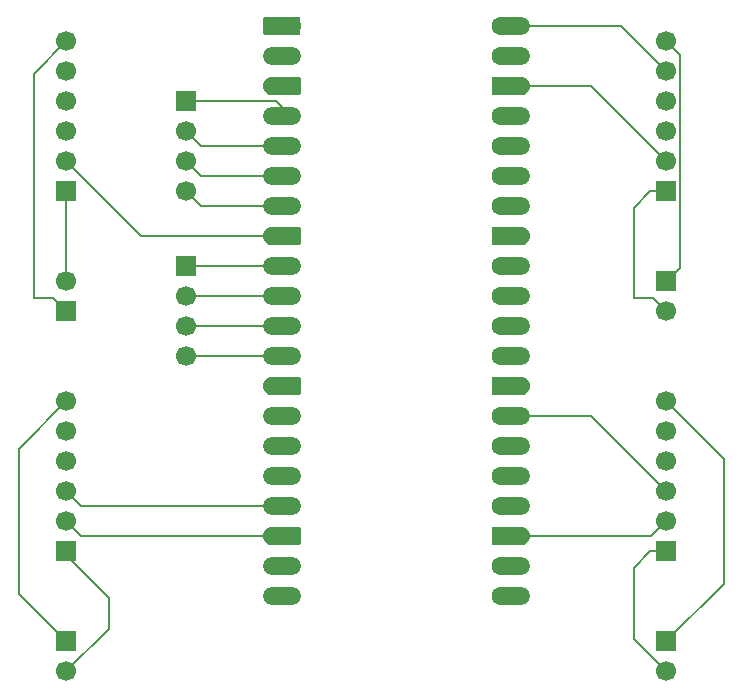
<source format=gbr>
%TF.GenerationSoftware,KiCad,Pcbnew,9.0.2*%
%TF.CreationDate,2025-07-04T09:03:12+10:00*%
%TF.ProjectId,motor-controller-pcb,6d6f746f-722d-4636-9f6e-74726f6c6c65,rev?*%
%TF.SameCoordinates,Original*%
%TF.FileFunction,Copper,L1,Top*%
%TF.FilePolarity,Positive*%
%FSLAX46Y46*%
G04 Gerber Fmt 4.6, Leading zero omitted, Abs format (unit mm)*
G04 Created by KiCad (PCBNEW 9.0.2) date 2025-07-04 09:03:12*
%MOMM*%
%LPD*%
G01*
G04 APERTURE LIST*
G04 Aperture macros list*
%AMRoundRect*
0 Rectangle with rounded corners*
0 $1 Rounding radius*
0 $2 $3 $4 $5 $6 $7 $8 $9 X,Y pos of 4 corners*
0 Add a 4 corners polygon primitive as box body*
4,1,4,$2,$3,$4,$5,$6,$7,$8,$9,$2,$3,0*
0 Add four circle primitives for the rounded corners*
1,1,$1+$1,$2,$3*
1,1,$1+$1,$4,$5*
1,1,$1+$1,$6,$7*
1,1,$1+$1,$8,$9*
0 Add four rect primitives between the rounded corners*
20,1,$1+$1,$2,$3,$4,$5,0*
20,1,$1+$1,$4,$5,$6,$7,0*
20,1,$1+$1,$6,$7,$8,$9,0*
20,1,$1+$1,$8,$9,$2,$3,0*%
%AMFreePoly0*
4,1,37,0.800000,0.796148,0.878414,0.796148,1.032228,0.765552,1.177117,0.705537,1.307515,0.618408,1.418408,0.507515,1.505537,0.377117,1.565552,0.232228,1.596148,0.078414,1.596148,-0.078414,1.565552,-0.232228,1.505537,-0.377117,1.418408,-0.507515,1.307515,-0.618408,1.177117,-0.705537,1.032228,-0.765552,0.878414,-0.796148,0.800000,-0.796148,0.800000,-0.800000,-1.400000,-0.800000,
-1.403843,-0.796157,-1.439018,-0.796157,-1.511114,-0.766294,-1.566294,-0.711114,-1.596157,-0.639018,-1.596157,-0.603843,-1.600000,-0.600000,-1.600000,0.600000,-1.596157,0.603843,-1.596157,0.639018,-1.566294,0.711114,-1.511114,0.766294,-1.439018,0.796157,-1.403843,0.796157,-1.400000,0.800000,0.800000,0.800000,0.800000,0.796148,0.800000,0.796148,$1*%
%AMFreePoly1*
4,1,37,1.403843,0.796157,1.439018,0.796157,1.511114,0.766294,1.566294,0.711114,1.596157,0.639018,1.596157,0.603843,1.600000,0.600000,1.600000,-0.600000,1.596157,-0.603843,1.596157,-0.639018,1.566294,-0.711114,1.511114,-0.766294,1.439018,-0.796157,1.403843,-0.796157,1.400000,-0.800000,-0.800000,-0.800000,-0.800000,-0.796148,-0.878414,-0.796148,-1.032228,-0.765552,-1.177117,-0.705537,
-1.307515,-0.618408,-1.418408,-0.507515,-1.505537,-0.377117,-1.565552,-0.232228,-1.596148,-0.078414,-1.596148,0.078414,-1.565552,0.232228,-1.505537,0.377117,-1.418408,0.507515,-1.307515,0.618408,-1.177117,0.705537,-1.032228,0.765552,-0.878414,0.796148,-0.800000,0.796148,-0.800000,0.800000,1.400000,0.800000,1.403843,0.796157,1.403843,0.796157,$1*%
%AMFreePoly2*
4,1,37,0.603843,0.796157,0.639018,0.796157,0.711114,0.766294,0.766294,0.711114,0.796157,0.639018,0.796157,0.603843,0.800000,0.600000,0.800000,-0.600000,0.796157,-0.603843,0.796157,-0.639018,0.766294,-0.711114,0.711114,-0.766294,0.639018,-0.796157,0.603843,-0.796157,0.600000,-0.800000,0.000000,-0.800000,0.000000,-0.796148,-0.078414,-0.796148,-0.232228,-0.765552,-0.377117,-0.705537,
-0.507515,-0.618408,-0.618408,-0.507515,-0.705537,-0.377117,-0.765552,-0.232228,-0.796148,-0.078414,-0.796148,0.078414,-0.765552,0.232228,-0.705537,0.377117,-0.618408,0.507515,-0.507515,0.618408,-0.377117,0.705537,-0.232228,0.765552,-0.078414,0.796148,0.000000,0.796148,0.000000,0.800000,0.600000,0.800000,0.603843,0.796157,0.603843,0.796157,$1*%
%AMFreePoly3*
4,1,37,0.000000,0.796148,0.078414,0.796148,0.232228,0.765552,0.377117,0.705537,0.507515,0.618408,0.618408,0.507515,0.705537,0.377117,0.765552,0.232228,0.796148,0.078414,0.796148,-0.078414,0.765552,-0.232228,0.705537,-0.377117,0.618408,-0.507515,0.507515,-0.618408,0.377117,-0.705537,0.232228,-0.765552,0.078414,-0.796148,0.000000,-0.796148,0.000000,-0.800000,-0.600000,-0.800000,
-0.603843,-0.796157,-0.639018,-0.796157,-0.711114,-0.766294,-0.766294,-0.711114,-0.796157,-0.639018,-0.796157,-0.603843,-0.800000,-0.600000,-0.800000,0.600000,-0.796157,0.603843,-0.796157,0.639018,-0.766294,0.711114,-0.711114,0.766294,-0.639018,0.796157,-0.603843,0.796157,-0.600000,0.800000,0.000000,0.800000,0.000000,0.796148,0.000000,0.796148,$1*%
G04 Aperture macros list end*
%TA.AperFunction,ComponentPad*%
%ADD10C,1.700000*%
%TD*%
%TA.AperFunction,ComponentPad*%
%ADD11R,1.700000X1.700000*%
%TD*%
%TA.AperFunction,SMDPad,CuDef*%
%ADD12FreePoly0,0.000000*%
%TD*%
%TA.AperFunction,ComponentPad*%
%ADD13RoundRect,0.200000X-0.600000X-0.600000X0.600000X-0.600000X0.600000X0.600000X-0.600000X0.600000X0*%
%TD*%
%TA.AperFunction,SMDPad,CuDef*%
%ADD14RoundRect,0.800000X-0.800000X-0.000010X0.800000X-0.000010X0.800000X0.000010X-0.800000X0.000010X0*%
%TD*%
%TA.AperFunction,ComponentPad*%
%ADD15C,1.600000*%
%TD*%
%TA.AperFunction,SMDPad,CuDef*%
%ADD16FreePoly1,0.000000*%
%TD*%
%TA.AperFunction,ComponentPad*%
%ADD17FreePoly2,0.000000*%
%TD*%
%TA.AperFunction,ComponentPad*%
%ADD18FreePoly3,0.000000*%
%TD*%
%TA.AperFunction,Conductor*%
%ADD19C,0.200000*%
%TD*%
G04 APERTURE END LIST*
D10*
%TO.P,M4,2,Pin_2*%
%TO.N,Net-(J4-Pin_1)*%
X175445000Y-112900000D03*
D11*
%TO.P,M4,1,Pin_1*%
%TO.N,Net-(J4-Pin_6)*%
X175445000Y-110360000D03*
%TD*%
%TO.P,M3,1,Pin_1*%
%TO.N,Net-(J3-Pin_6)*%
X124645000Y-110360000D03*
D10*
%TO.P,M3,2,Pin_2*%
%TO.N,Net-(J3-Pin_1)*%
X124645000Y-112900000D03*
%TD*%
D11*
%TO.P,M2,1,Pin_1*%
%TO.N,Net-(J2-Pin_6)*%
X175445000Y-79880000D03*
D10*
%TO.P,M2,2,Pin_2*%
%TO.N,Net-(J2-Pin_1)*%
X175445000Y-82420000D03*
%TD*%
%TO.P,M1,2,Pin_2*%
%TO.N,Net-(J1-Pin_1)*%
X124645000Y-79880000D03*
D11*
%TO.P,M1,1,Pin_1*%
%TO.N,Net-(J1-Pin_6)*%
X124645000Y-82420000D03*
%TD*%
%TO.P,J6,1,Pin_1*%
%TO.N,Net-(A1-GPIO6)*%
X134805000Y-78610000D03*
D10*
%TO.P,J6,2,Pin_2*%
%TO.N,Net-(A1-GPIO7)*%
X134805000Y-81150000D03*
%TO.P,J6,3,Pin_3*%
%TO.N,Net-(A1-GPIO8)*%
X134805000Y-83690000D03*
%TO.P,J6,4,Pin_4*%
%TO.N,Net-(A1-GPIO9)*%
X134805000Y-86230000D03*
%TD*%
D11*
%TO.P,J5,1,Pin_1*%
%TO.N,Net-(A1-GPIO2)*%
X134805000Y-64640000D03*
D10*
%TO.P,J5,2,Pin_2*%
%TO.N,Net-(A1-GPIO3)*%
X134805000Y-67180000D03*
%TO.P,J5,3,Pin_3*%
%TO.N,Net-(A1-GPIO4)*%
X134805000Y-69720000D03*
%TO.P,J5,4,Pin_4*%
%TO.N,Net-(A1-GPIO5)*%
X134805000Y-72260000D03*
%TD*%
D11*
%TO.P,J4,1,Pin_1*%
%TO.N,Net-(J4-Pin_1)*%
X175445000Y-102740000D03*
D10*
%TO.P,J4,2,Pin_2*%
%TO.N,GND*%
X175445000Y-100200000D03*
%TO.P,J4,3,Pin_3*%
%TO.N,/Encoder 4*%
X175445000Y-97660000D03*
%TO.P,J4,4,Pin_4*%
%TO.N,unconnected-(J4-Pin_4-Pad4)*%
X175445000Y-95120000D03*
%TO.P,J4,5,Pin_5*%
%TO.N,+5V*%
X175445000Y-92580000D03*
%TO.P,J4,6,Pin_6*%
%TO.N,Net-(J4-Pin_6)*%
X175445000Y-90040000D03*
%TD*%
D11*
%TO.P,J3,1,Pin_1*%
%TO.N,Net-(J3-Pin_1)*%
X124645000Y-102740000D03*
D10*
%TO.P,J3,2,Pin_2*%
%TO.N,GND*%
X124645000Y-100200000D03*
%TO.P,J3,3,Pin_3*%
%TO.N,/Encoder 3*%
X124645000Y-97660000D03*
%TO.P,J3,4,Pin_4*%
%TO.N,unconnected-(J3-Pin_4-Pad4)*%
X124645000Y-95120000D03*
%TO.P,J3,5,Pin_5*%
%TO.N,+5V*%
X124645000Y-92580000D03*
%TO.P,J3,6,Pin_6*%
%TO.N,Net-(J3-Pin_6)*%
X124645000Y-90040000D03*
%TD*%
D11*
%TO.P,J2,1,Pin_1*%
%TO.N,Net-(J2-Pin_1)*%
X175445000Y-72260000D03*
D10*
%TO.P,J2,2,Pin_2*%
%TO.N,GND*%
X175445000Y-69720000D03*
%TO.P,J2,3,Pin_3*%
%TO.N,/Encoder 2*%
X175445000Y-67180000D03*
%TO.P,J2,4,Pin_4*%
%TO.N,unconnected-(J2-Pin_4-Pad4)*%
X175445000Y-64640000D03*
%TO.P,J2,5,Pin_5*%
%TO.N,+5V*%
X175445000Y-62100000D03*
%TO.P,J2,6,Pin_6*%
%TO.N,Net-(J2-Pin_6)*%
X175445000Y-59560000D03*
%TD*%
D11*
%TO.P,J1,1,Pin_1*%
%TO.N,Net-(J1-Pin_1)*%
X124645000Y-72260000D03*
D10*
%TO.P,J1,2,Pin_2*%
%TO.N,GND*%
X124645000Y-69720000D03*
%TO.P,J1,3,Pin_3*%
%TO.N,/Encoder 1*%
X124645000Y-67180000D03*
%TO.P,J1,4,Pin_4*%
%TO.N,unconnected-(J1-Pin_4-Pad4)*%
X124645000Y-64640000D03*
%TO.P,J1,5,Pin_5*%
%TO.N,+5V*%
X124645000Y-62100000D03*
%TO.P,J1,6,Pin_6*%
%TO.N,Net-(J1-Pin_6)*%
X124645000Y-59560000D03*
%TD*%
D12*
%TO.P,A1,1,GPIO0*%
%TO.N,unconnected-(A1-GPIO0-Pad1)_1*%
X142895000Y-58290000D03*
D13*
%TO.N,unconnected-(A1-GPIO0-Pad1)*%
X143695000Y-58290000D03*
D14*
%TO.P,A1,2,GPIO1*%
%TO.N,unconnected-(A1-GPIO1-Pad2)*%
X142895000Y-60830000D03*
D15*
%TO.N,unconnected-(A1-GPIO1-Pad2)_1*%
X143695000Y-60830000D03*
D16*
%TO.P,A1,3,GND*%
%TO.N,GND*%
X142895000Y-63370000D03*
D17*
X143695000Y-63370000D03*
D14*
%TO.P,A1,4,GPIO2*%
%TO.N,Net-(A1-GPIO2)*%
X142895000Y-65910000D03*
D15*
X143695000Y-65910000D03*
D14*
%TO.P,A1,5,GPIO3*%
%TO.N,Net-(A1-GPIO3)*%
X142895000Y-68450000D03*
D15*
X143695000Y-68450000D03*
D14*
%TO.P,A1,6,GPIO4*%
%TO.N,Net-(A1-GPIO4)*%
X142895000Y-70990000D03*
D15*
X143695000Y-70990000D03*
D14*
%TO.P,A1,7,GPIO5*%
%TO.N,Net-(A1-GPIO5)*%
X142895000Y-73530000D03*
D15*
X143695000Y-73530000D03*
D16*
%TO.P,A1,8,GND*%
%TO.N,GND*%
X142895000Y-76070000D03*
D17*
X143695000Y-76070000D03*
D14*
%TO.P,A1,9,GPIO6*%
%TO.N,Net-(A1-GPIO6)*%
X142895000Y-78610000D03*
D15*
X143695000Y-78610000D03*
D14*
%TO.P,A1,10,GPIO7*%
%TO.N,Net-(A1-GPIO7)*%
X142895000Y-81150000D03*
D15*
X143695000Y-81150000D03*
D14*
%TO.P,A1,11,GPIO8*%
%TO.N,Net-(A1-GPIO8)*%
X142895000Y-83690000D03*
D15*
X143695000Y-83690000D03*
D14*
%TO.P,A1,12,GPIO9*%
%TO.N,Net-(A1-GPIO9)*%
X142895000Y-86230000D03*
D15*
X143695000Y-86230000D03*
D16*
%TO.P,A1,13,GND*%
%TO.N,GND*%
X142895000Y-88770000D03*
D17*
X143695000Y-88770000D03*
D14*
%TO.P,A1,14,GPIO10*%
%TO.N,unconnected-(A1-GPIO10-Pad14)*%
X142895000Y-91310000D03*
D15*
%TO.N,unconnected-(A1-GPIO10-Pad14)_1*%
X143695000Y-91310000D03*
D14*
%TO.P,A1,15,GPIO11*%
%TO.N,/Encoder 1*%
X142895000Y-93850000D03*
D15*
X143695000Y-93850000D03*
D14*
%TO.P,A1,16,GPIO12*%
%TO.N,unconnected-(A1-GPIO12-Pad16)*%
X142895000Y-96390000D03*
D15*
%TO.N,unconnected-(A1-GPIO12-Pad16)_1*%
X143695000Y-96390000D03*
D14*
%TO.P,A1,17,GPIO13*%
%TO.N,/Encoder 3*%
X142895000Y-98930000D03*
D15*
X143695000Y-98930000D03*
D16*
%TO.P,A1,18,GND*%
%TO.N,GND*%
X142895000Y-101470000D03*
D17*
X143695000Y-101470000D03*
D14*
%TO.P,A1,19,GPIO14*%
%TO.N,unconnected-(A1-GPIO14-Pad19)_1*%
X142895000Y-104010000D03*
D15*
%TO.N,unconnected-(A1-GPIO14-Pad19)*%
X143695000Y-104010000D03*
D14*
%TO.P,A1,20,GPIO15*%
%TO.N,unconnected-(A1-GPIO15-Pad20)_1*%
X142895000Y-106550000D03*
D15*
%TO.N,unconnected-(A1-GPIO15-Pad20)*%
X143695000Y-106550000D03*
%TO.P,A1,21,GPIO16*%
%TO.N,unconnected-(A1-GPIO16-Pad21)*%
X161475000Y-106550000D03*
D14*
%TO.N,unconnected-(A1-GPIO16-Pad21)_1*%
X162275000Y-106550000D03*
D15*
%TO.P,A1,22,GPIO17*%
%TO.N,unconnected-(A1-GPIO17-Pad22)_1*%
X161475000Y-104010000D03*
D14*
%TO.N,unconnected-(A1-GPIO17-Pad22)*%
X162275000Y-104010000D03*
D18*
%TO.P,A1,23,GND*%
%TO.N,GND*%
X161475000Y-101470000D03*
D12*
X162275000Y-101470000D03*
D15*
%TO.P,A1,24,GPIO18*%
%TO.N,unconnected-(A1-GPIO18-Pad24)*%
X161475000Y-98930000D03*
D14*
%TO.N,unconnected-(A1-GPIO18-Pad24)_1*%
X162275000Y-98930000D03*
D15*
%TO.P,A1,25,GPIO19*%
%TO.N,/Encoder 2*%
X161475000Y-96390000D03*
D14*
X162275000Y-96390000D03*
D15*
%TO.P,A1,26,GPIO20*%
%TO.N,unconnected-(A1-GPIO20-Pad26)_1*%
X161475000Y-93850000D03*
D14*
%TO.N,unconnected-(A1-GPIO20-Pad26)*%
X162275000Y-93850000D03*
D15*
%TO.P,A1,27,GPIO21*%
%TO.N,/Encoder 4*%
X161475000Y-91310000D03*
D14*
X162275000Y-91310000D03*
D18*
%TO.P,A1,28,GND*%
%TO.N,GND*%
X161475000Y-88770000D03*
D12*
X162275000Y-88770000D03*
D15*
%TO.P,A1,29,GPIO22*%
%TO.N,unconnected-(A1-GPIO22-Pad29)_1*%
X161475000Y-86230000D03*
D14*
%TO.N,unconnected-(A1-GPIO22-Pad29)*%
X162275000Y-86230000D03*
D15*
%TO.P,A1,30,RUN*%
%TO.N,unconnected-(A1-RUN-Pad30)*%
X161475000Y-83690000D03*
D14*
%TO.N,unconnected-(A1-RUN-Pad30)_1*%
X162275000Y-83690000D03*
D15*
%TO.P,A1,31,GPIO26_ADC0*%
%TO.N,unconnected-(A1-GPIO26_ADC0-Pad31)_1*%
X161475000Y-81150000D03*
D14*
%TO.N,unconnected-(A1-GPIO26_ADC0-Pad31)*%
X162275000Y-81150000D03*
D15*
%TO.P,A1,32,GPIO27_ADC1*%
%TO.N,unconnected-(A1-GPIO27_ADC1-Pad32)*%
X161475000Y-78610000D03*
D14*
%TO.N,unconnected-(A1-GPIO27_ADC1-Pad32)_1*%
X162275000Y-78610000D03*
D18*
%TO.P,A1,33,AGND*%
%TO.N,unconnected-(A1-AGND-Pad33)*%
X161475000Y-76070000D03*
D12*
%TO.N,unconnected-(A1-AGND-Pad33)_1*%
X162275000Y-76070000D03*
D15*
%TO.P,A1,34,GPIO28_ADC2*%
%TO.N,unconnected-(A1-GPIO28_ADC2-Pad34)_1*%
X161475000Y-73530000D03*
D14*
%TO.N,unconnected-(A1-GPIO28_ADC2-Pad34)*%
X162275000Y-73530000D03*
D15*
%TO.P,A1,35,ADC_VREF*%
%TO.N,unconnected-(A1-ADC_VREF-Pad35)*%
X161475000Y-70990000D03*
D14*
%TO.N,unconnected-(A1-ADC_VREF-Pad35)_1*%
X162275000Y-70990000D03*
D15*
%TO.P,A1,36,3V3*%
%TO.N,unconnected-(A1-3V3-Pad36)*%
X161475000Y-68450000D03*
D14*
%TO.N,unconnected-(A1-3V3-Pad36)_1*%
X162275000Y-68450000D03*
D15*
%TO.P,A1,37,3V3_EN*%
%TO.N,unconnected-(A1-3V3_EN-Pad37)*%
X161475000Y-65910000D03*
D14*
%TO.N,unconnected-(A1-3V3_EN-Pad37)_1*%
X162275000Y-65910000D03*
D18*
%TO.P,A1,38,GND*%
%TO.N,GND*%
X161475000Y-63370000D03*
D12*
X162275000Y-63370000D03*
D15*
%TO.P,A1,39,VSYS*%
%TO.N,unconnected-(A1-VSYS-Pad39)*%
X161475000Y-60830000D03*
D14*
%TO.N,unconnected-(A1-VSYS-Pad39)_1*%
X162275000Y-60830000D03*
D15*
%TO.P,A1,40,VBUS*%
%TO.N,+5V*%
X161475000Y-58290000D03*
D14*
X162275000Y-58290000D03*
%TD*%
D19*
%TO.N,Net-(J1-Pin_1)*%
X124645000Y-72260000D02*
X124645000Y-79880000D01*
%TO.N,Net-(J2-Pin_1)*%
X172720000Y-73660000D02*
X172720000Y-81280000D01*
X175445000Y-72260000D02*
X174120000Y-72260000D01*
X174120000Y-72260000D02*
X172720000Y-73660000D01*
X172720000Y-81280000D02*
X174305000Y-81280000D01*
X174305000Y-81280000D02*
X175445000Y-82420000D01*
%TO.N,Net-(J2-Pin_6)*%
X175445000Y-59560000D02*
X176596000Y-60711000D01*
X176596000Y-60711000D02*
X176596000Y-78729000D01*
X176596000Y-78729000D02*
X175445000Y-79880000D01*
%TO.N,Net-(J1-Pin_6)*%
X121920000Y-62285000D02*
X121920000Y-81280000D01*
X124645000Y-59560000D02*
X121920000Y-62285000D01*
X121920000Y-81280000D02*
X123505000Y-81280000D01*
X123505000Y-81280000D02*
X124645000Y-82420000D01*
%TO.N,GND*%
X124645000Y-69720000D02*
X130995000Y-76070000D01*
X130995000Y-76070000D02*
X143695000Y-76070000D01*
%TO.N,Net-(A1-GPIO9)*%
X134805000Y-86230000D02*
X143695000Y-86230000D01*
%TO.N,Net-(A1-GPIO8)*%
X134805000Y-83690000D02*
X142895000Y-83690000D01*
%TO.N,Net-(A1-GPIO7)*%
X134805000Y-81150000D02*
X142895000Y-81150000D01*
%TO.N,Net-(A1-GPIO6)*%
X134805000Y-78610000D02*
X143695000Y-78610000D01*
%TO.N,Net-(A1-GPIO5)*%
X134805000Y-72260000D02*
X136075000Y-73530000D01*
X136075000Y-73530000D02*
X142895000Y-73530000D01*
%TO.N,Net-(A1-GPIO4)*%
X134805000Y-69720000D02*
X136075000Y-70990000D01*
X136075000Y-70990000D02*
X142895000Y-70990000D01*
%TO.N,Net-(A1-GPIO3)*%
X134805000Y-67180000D02*
X136075000Y-68450000D01*
X136075000Y-68450000D02*
X142895000Y-68450000D01*
%TO.N,Net-(A1-GPIO2)*%
X134805000Y-64640000D02*
X142425000Y-64640000D01*
X142425000Y-64640000D02*
X143695000Y-65910000D01*
%TO.N,Net-(J3-Pin_1)*%
X128270000Y-109275000D02*
X128270000Y-106680000D01*
X124645000Y-112900000D02*
X128270000Y-109275000D01*
X128270000Y-106680000D02*
X124645000Y-103055000D01*
X124645000Y-103055000D02*
X124645000Y-102740000D01*
%TO.N,Net-(J3-Pin_6)*%
X120650000Y-106365000D02*
X120650000Y-93980000D01*
X124645000Y-110360000D02*
X120650000Y-106365000D01*
X120650000Y-93980000D02*
X120705000Y-93980000D01*
X120705000Y-93980000D02*
X124645000Y-90040000D01*
%TO.N,Net-(J4-Pin_1)*%
X172720000Y-110175000D02*
X172720000Y-104140000D01*
X174120000Y-102740000D02*
X175445000Y-102740000D01*
X175445000Y-112900000D02*
X172720000Y-110175000D01*
X172720000Y-104140000D02*
X174120000Y-102740000D01*
%TO.N,Net-(J4-Pin_6)*%
X175445000Y-110360000D02*
X180340000Y-105465000D01*
X180340000Y-105465000D02*
X180340000Y-94935000D01*
X180340000Y-94935000D02*
X175445000Y-90040000D01*
%TO.N,/Encoder 3*%
X124645000Y-97660000D02*
X125915000Y-98930000D01*
X125915000Y-98930000D02*
X143695000Y-98930000D01*
%TO.N,GND*%
X124645000Y-100200000D02*
X125915000Y-101470000D01*
X125915000Y-101470000D02*
X142895000Y-101470000D01*
X175445000Y-100200000D02*
X174175000Y-101470000D01*
X174175000Y-101470000D02*
X162275000Y-101470000D01*
%TO.N,/Encoder 4*%
X175445000Y-97660000D02*
X169095000Y-91310000D01*
X169095000Y-91310000D02*
X162275000Y-91310000D01*
%TO.N,GND*%
X162275000Y-63370000D02*
X169095000Y-63370000D01*
X169095000Y-63370000D02*
X175445000Y-69720000D01*
%TO.N,+5V*%
X161475000Y-58290000D02*
X171635000Y-58290000D01*
X171635000Y-58290000D02*
X175445000Y-62100000D01*
%TD*%
M02*

</source>
